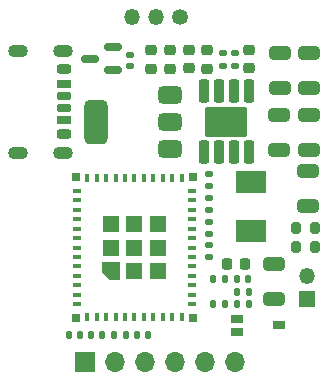
<source format=gbr>
%TF.GenerationSoftware,KiCad,Pcbnew,8.0.4*%
%TF.CreationDate,2024-12-08T23:45:12+08:00*%
%TF.ProjectId,funHomeSwitch,66756e48-6f6d-4655-9377-697463682e6b,rev?*%
%TF.SameCoordinates,Original*%
%TF.FileFunction,Soldermask,Top*%
%TF.FilePolarity,Negative*%
%FSLAX46Y46*%
G04 Gerber Fmt 4.6, Leading zero omitted, Abs format (unit mm)*
G04 Created by KiCad (PCBNEW 8.0.4) date 2024-12-08 23:45:12*
%MOMM*%
%LPD*%
G01*
G04 APERTURE LIST*
G04 Aperture macros list*
%AMRoundRect*
0 Rectangle with rounded corners*
0 $1 Rounding radius*
0 $2 $3 $4 $5 $6 $7 $8 $9 X,Y pos of 4 corners*
0 Add a 4 corners polygon primitive as box body*
4,1,4,$2,$3,$4,$5,$6,$7,$8,$9,$2,$3,0*
0 Add four circle primitives for the rounded corners*
1,1,$1+$1,$2,$3*
1,1,$1+$1,$4,$5*
1,1,$1+$1,$6,$7*
1,1,$1+$1,$8,$9*
0 Add four rect primitives between the rounded corners*
20,1,$1+$1,$2,$3,$4,$5,0*
20,1,$1+$1,$4,$5,$6,$7,0*
20,1,$1+$1,$6,$7,$8,$9,0*
20,1,$1+$1,$8,$9,$2,$3,0*%
%AMFreePoly0*
4,1,6,0.725000,-0.725000,-0.725000,-0.725000,-0.725000,0.125000,-0.125000,0.725000,0.725000,0.725000,0.725000,-0.725000,0.725000,-0.725000,$1*%
G04 Aperture macros list end*
%ADD10RoundRect,0.140000X0.170000X-0.140000X0.170000X0.140000X-0.170000X0.140000X-0.170000X-0.140000X0*%
%ADD11RoundRect,0.135000X0.185000X-0.135000X0.185000X0.135000X-0.185000X0.135000X-0.185000X-0.135000X0*%
%ADD12RoundRect,0.135000X-0.185000X0.135000X-0.185000X-0.135000X0.185000X-0.135000X0.185000X0.135000X0*%
%ADD13RoundRect,0.150000X0.587500X0.150000X-0.587500X0.150000X-0.587500X-0.150000X0.587500X-0.150000X0*%
%ADD14RoundRect,0.218750X0.218750X0.256250X-0.218750X0.256250X-0.218750X-0.256250X0.218750X-0.256250X0*%
%ADD15RoundRect,0.140000X0.140000X0.170000X-0.140000X0.170000X-0.140000X-0.170000X0.140000X-0.170000X0*%
%ADD16RoundRect,0.135000X-0.135000X-0.185000X0.135000X-0.185000X0.135000X0.185000X-0.135000X0.185000X0*%
%ADD17RoundRect,0.250000X-0.650000X0.325000X-0.650000X-0.325000X0.650000X-0.325000X0.650000X0.325000X0*%
%ADD18RoundRect,0.218750X-0.256250X0.218750X-0.256250X-0.218750X0.256250X-0.218750X0.256250X0.218750X0*%
%ADD19RoundRect,0.233280X-0.198720X0.768720X-0.198720X-0.768720X0.198720X-0.768720X0.198720X0.768720X0*%
%ADD20RoundRect,0.102000X-1.650000X1.205000X-1.650000X-1.205000X1.650000X-1.205000X1.650000X1.205000X0*%
%ADD21RoundRect,0.250000X0.650000X-0.325000X0.650000X0.325000X-0.650000X0.325000X-0.650000X-0.325000X0*%
%ADD22RoundRect,0.175000X-0.425000X0.175000X-0.425000X-0.175000X0.425000X-0.175000X0.425000X0.175000X0*%
%ADD23RoundRect,0.190000X0.410000X-0.190000X0.410000X0.190000X-0.410000X0.190000X-0.410000X-0.190000X0*%
%ADD24RoundRect,0.200000X0.400000X-0.200000X0.400000X0.200000X-0.400000X0.200000X-0.400000X-0.200000X0*%
%ADD25RoundRect,0.175000X0.425000X-0.175000X0.425000X0.175000X-0.425000X0.175000X-0.425000X-0.175000X0*%
%ADD26RoundRect,0.190000X-0.410000X0.190000X-0.410000X-0.190000X0.410000X-0.190000X0.410000X0.190000X0*%
%ADD27RoundRect,0.200000X-0.400000X0.200000X-0.400000X-0.200000X0.400000X-0.200000X0.400000X0.200000X0*%
%ADD28O,1.700000X1.100000*%
%ADD29RoundRect,0.375000X0.625000X0.375000X-0.625000X0.375000X-0.625000X-0.375000X0.625000X-0.375000X0*%
%ADD30RoundRect,0.500000X0.500000X1.400000X-0.500000X1.400000X-0.500000X-1.400000X0.500000X-1.400000X0*%
%ADD31RoundRect,0.200000X-0.200000X-0.275000X0.200000X-0.275000X0.200000X0.275000X-0.200000X0.275000X0*%
%ADD32RoundRect,0.135000X0.135000X0.185000X-0.135000X0.185000X-0.135000X-0.185000X0.135000X-0.185000X0*%
%ADD33R,2.500000X1.900000*%
%ADD34C,1.350000*%
%ADD35O,1.350000X1.350000*%
%ADD36RoundRect,0.218750X0.256250X-0.218750X0.256250X0.218750X-0.256250X0.218750X-0.256250X-0.218750X0*%
%ADD37R,0.400000X0.800000*%
%ADD38R,0.800000X0.400000*%
%ADD39FreePoly0,90.000000*%
%ADD40R,1.450000X1.450000*%
%ADD41R,0.700000X0.700000*%
%ADD42RoundRect,0.225000X-0.250000X0.225000X-0.250000X-0.225000X0.250000X-0.225000X0.250000X0.225000X0*%
%ADD43R,1.100000X0.800000*%
%ADD44R,1.700000X1.700000*%
%ADD45O,1.700000X1.700000*%
%ADD46RoundRect,0.140000X-0.140000X-0.170000X0.140000X-0.170000X0.140000X0.170000X-0.140000X0.170000X0*%
%ADD47R,1.350000X1.350000*%
G04 APERTURE END LIST*
D10*
%TO.C,C4*%
X198425000Y-67950000D03*
X198425000Y-66990000D03*
%TD*%
D11*
%TO.C,R9*%
X207275000Y-67885000D03*
X207275000Y-66865000D03*
%TD*%
D12*
%TO.C,R7*%
X205100000Y-81115000D03*
X205100000Y-82135000D03*
%TD*%
D13*
%TO.C,Q1*%
X196950000Y-68250000D03*
X196950000Y-66350000D03*
X195075000Y-67300000D03*
%TD*%
D14*
%TO.C,D1*%
X208187500Y-84700000D03*
X206612500Y-84700000D03*
%TD*%
D15*
%TO.C,C2*%
X196085000Y-90700000D03*
X195125000Y-90700000D03*
%TD*%
D16*
%TO.C,R3*%
X205465000Y-86000000D03*
X206485000Y-86000000D03*
%TD*%
D17*
%TO.C,C12*%
X210625000Y-84725000D03*
X210625000Y-87675000D03*
%TD*%
D15*
%TO.C,C1*%
X194205000Y-90700000D03*
X193245000Y-90700000D03*
%TD*%
D18*
%TO.C,D3*%
X201825000Y-66600000D03*
X201825000Y-68175000D03*
%TD*%
D19*
%TO.C,U3*%
X208460000Y-70025000D03*
X207190000Y-70025000D03*
X205920000Y-70025000D03*
X204650000Y-70025000D03*
X204650000Y-75235000D03*
X205920000Y-75235000D03*
X207190000Y-75235000D03*
X208460000Y-75235000D03*
D20*
X206555000Y-72630000D03*
%TD*%
D21*
%TO.C,C7*%
X211125000Y-69775000D03*
X211125000Y-66825000D03*
%TD*%
D22*
%TO.C,J3*%
X192805000Y-70445000D03*
D23*
X192805000Y-72465000D03*
D24*
X192805000Y-73695000D03*
D25*
X192805000Y-71445000D03*
D26*
X192805000Y-69425000D03*
D27*
X192805000Y-68195000D03*
D28*
X192725000Y-66625000D03*
X188925000Y-66625000D03*
X192725000Y-75265000D03*
X188925000Y-75265000D03*
%TD*%
D29*
%TO.C,U1*%
X201800000Y-74937500D03*
X201800000Y-72637500D03*
D30*
X195500000Y-72637500D03*
D29*
X201800000Y-70337500D03*
%TD*%
D31*
%TO.C,R12*%
X212475000Y-83225000D03*
X214125000Y-83225000D03*
%TD*%
D32*
%TO.C,R1*%
X198045000Y-90700000D03*
X197025000Y-90700000D03*
%TD*%
D33*
%TO.C,L1*%
X208700000Y-77775000D03*
X208700000Y-81875000D03*
%TD*%
D34*
%TO.C,J2*%
X202625000Y-63750000D03*
D35*
X200625000Y-63750000D03*
X198625000Y-63750000D03*
%TD*%
D36*
%TO.C,D2*%
X200225000Y-68150000D03*
X200225000Y-66575000D03*
%TD*%
%TO.C,D4*%
X203400000Y-68125000D03*
X203400000Y-66550000D03*
%TD*%
D32*
%TO.C,R2*%
X208470000Y-87025000D03*
X207450000Y-87025000D03*
%TD*%
D16*
%TO.C,R4*%
X207450000Y-88075000D03*
X208470000Y-88075000D03*
%TD*%
D37*
%TO.C,U2*%
X194800000Y-89200000D03*
X195600000Y-89200000D03*
X196400000Y-89200000D03*
X197200000Y-89200000D03*
X198000000Y-89200000D03*
X198800000Y-89200000D03*
X199600000Y-89200000D03*
X200400000Y-89200000D03*
X201200000Y-89200000D03*
X202000000Y-89200000D03*
X202800000Y-89200000D03*
D38*
X203700000Y-88100000D03*
X203700000Y-87300000D03*
X203700000Y-86500000D03*
X203700000Y-85700000D03*
X203700000Y-84900000D03*
X203700000Y-84100000D03*
X203700000Y-83300000D03*
X203700000Y-82500000D03*
X203700000Y-81700000D03*
X203700000Y-80900000D03*
X203700000Y-80100000D03*
X203700000Y-79300000D03*
X203700000Y-78500000D03*
D37*
X202800000Y-77400000D03*
X202000000Y-77400000D03*
X201200000Y-77400000D03*
X200400000Y-77400000D03*
X199600000Y-77400000D03*
X198800000Y-77400000D03*
X198000000Y-77400000D03*
X197200000Y-77400000D03*
X196400000Y-77400000D03*
X195600000Y-77400000D03*
X194800000Y-77400000D03*
D38*
X193900000Y-78500000D03*
X193900000Y-79300000D03*
X193900000Y-80100000D03*
X193900000Y-80900000D03*
X193900000Y-81700000D03*
X193900000Y-82500000D03*
X193900000Y-83300000D03*
X193900000Y-84100000D03*
X193900000Y-84900000D03*
X193900000Y-85700000D03*
X193900000Y-86500000D03*
X193900000Y-87300000D03*
X193900000Y-88100000D03*
D39*
X196825000Y-85275000D03*
D40*
X198800000Y-85275000D03*
X200775000Y-85275000D03*
X196825000Y-83300000D03*
X198800000Y-83300000D03*
X200775000Y-83300000D03*
X196825000Y-81325000D03*
X198800000Y-81325000D03*
X200775000Y-81325000D03*
D41*
X193850000Y-77350000D03*
X203750000Y-77350000D03*
X203750000Y-89250000D03*
X193850000Y-89250000D03*
%TD*%
D12*
%TO.C,R8*%
X205125000Y-83100000D03*
X205125000Y-84120000D03*
%TD*%
D11*
%TO.C,R10*%
X206275000Y-67885000D03*
X206275000Y-66865000D03*
%TD*%
D17*
%TO.C,C8*%
X211075000Y-72100000D03*
X211075000Y-75050000D03*
%TD*%
D11*
%TO.C,R5*%
X205075000Y-80135000D03*
X205075000Y-79115000D03*
%TD*%
D42*
%TO.C,C10*%
X208525000Y-66575000D03*
X208525000Y-68125000D03*
%TD*%
D43*
%TO.C,Q2*%
X211025000Y-89875000D03*
X207475000Y-89325000D03*
X207475000Y-90425000D03*
%TD*%
D44*
%TO.C,J1*%
X194610000Y-92975000D03*
D45*
X197150000Y-92975000D03*
X199690000Y-92975000D03*
X202230000Y-92975000D03*
X204770000Y-92975000D03*
X207310000Y-92975000D03*
%TD*%
D17*
%TO.C,C9*%
X213550000Y-72100000D03*
X213550000Y-75050000D03*
%TD*%
D21*
%TO.C,C11*%
X213500000Y-79800000D03*
X213500000Y-76850000D03*
%TD*%
D15*
%TO.C,C5*%
X208410000Y-86000000D03*
X207450000Y-86000000D03*
%TD*%
D18*
%TO.C,D5*%
X204975000Y-66600000D03*
X204975000Y-68175000D03*
%TD*%
D16*
%TO.C,R13*%
X205415000Y-88100000D03*
X206435000Y-88100000D03*
%TD*%
D31*
%TO.C,R11*%
X212475000Y-81625000D03*
X214125000Y-81625000D03*
%TD*%
D46*
%TO.C,C3*%
X198995000Y-90700000D03*
X199955000Y-90700000D03*
%TD*%
D11*
%TO.C,R6*%
X205100000Y-78085000D03*
X205100000Y-77065000D03*
%TD*%
D21*
%TO.C,C6*%
X213550000Y-69775000D03*
X213550000Y-66825000D03*
%TD*%
D47*
%TO.C,J4*%
X213425000Y-87675000D03*
D35*
X213425000Y-85675000D03*
%TD*%
M02*

</source>
